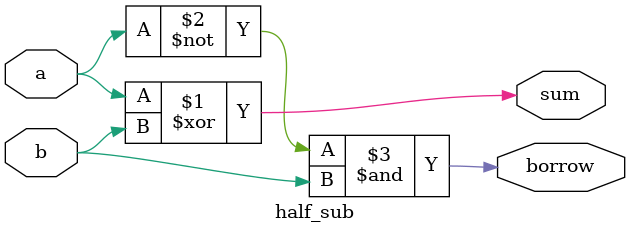
<source format=v>
module half_sub(input a,b,
                output sum,borrow);
assign sum=a^b;
assign borrow=(~a) & b;
endmodule


</source>
